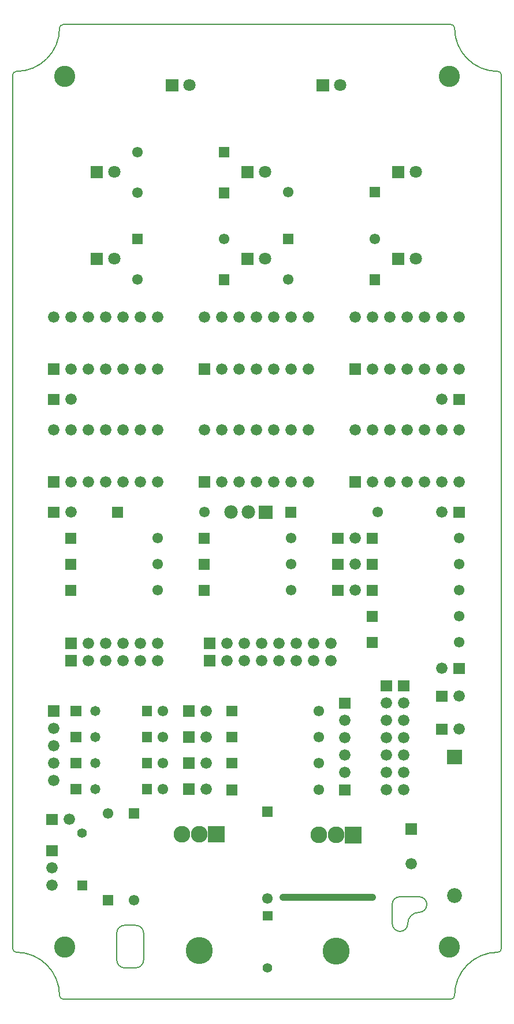
<source format=gbr>
G04 start of page 8 for group -4062 idx -4062 *
G04 Title: (unknown), soldermask *
G04 Creator: pcb 20091103 *
G04 CreationDate: Sun Dec 17 12:14:22 2023 UTC *
G04 For: bh *
G04 Format: Gerber/RS-274X *
G04 PCB-Dimensions: 380000 700000 *
G04 PCB-Coordinate-Origin: lower left *
%MOIN*%
%FSLAX25Y25*%
%LNBOTTOMMASK*%
%ADD11C,0.0200*%
%ADD13C,0.0400*%
%ADD30C,0.1220*%
%ADD37C,0.0060*%
%ADD39C,0.0610*%
%ADD40C,0.0710*%
%ADD41C,0.0660*%
%ADD42C,0.0780*%
%ADD43C,0.1560*%
%ADD44C,0.0860*%
%ADD45C,0.0960*%
%ADD46C,0.0560*%
%ADD47C,0.0580*%
G54D11*G36*
X228450Y562050D02*Y555950D01*
X234550D01*
Y562050D01*
X228450D01*
G37*
G54D39*X231500Y532000D03*
G54D11*G36*
X197950Y624050D02*Y616950D01*
X205050D01*
Y624050D01*
X197950D01*
G37*
G54D40*X211500Y620500D03*
G54D30*X274500Y625500D03*
G54D11*G36*
X241450Y574050D02*Y566950D01*
X248550D01*
Y574050D01*
X241450D01*
G37*
G54D40*X255000Y570500D03*
G54D11*G36*
X241450Y524050D02*Y516950D01*
X248550D01*
Y524050D01*
X241450D01*
G37*
G54D40*X255000Y520500D03*
G54D39*X181500Y559000D03*
Y508500D03*
G54D11*G36*
X178450Y535050D02*Y528950D01*
X184550D01*
Y535050D01*
X178450D01*
G37*
G36*
X141450Y585050D02*Y578950D01*
X147550D01*
Y585050D01*
X141450D01*
G37*
G54D39*X144500Y532000D03*
G54D11*G36*
X141450Y511550D02*Y505450D01*
X147550D01*
Y511550D01*
X141450D01*
G37*
G36*
Y561550D02*Y555450D01*
X147550D01*
Y561550D01*
X141450D01*
G37*
G54D39*X94500Y582000D03*
G54D11*G36*
X91450Y535050D02*Y528950D01*
X97550D01*
Y535050D01*
X91450D01*
G37*
G54D39*X94500Y508500D03*
Y558500D03*
G54D11*G36*
X110950Y624050D02*Y616950D01*
X118050D01*
Y624050D01*
X110950D01*
G37*
G54D40*X124500Y620500D03*
G54D11*G36*
X154450Y524050D02*Y516950D01*
X161550D01*
Y524050D01*
X154450D01*
G37*
G36*
Y574050D02*Y566950D01*
X161550D01*
Y574050D01*
X154450D01*
G37*
G54D40*X168000Y520500D03*
Y570500D03*
G54D11*G36*
X67450Y524050D02*Y516950D01*
X74550D01*
Y524050D01*
X67450D01*
G37*
G54D40*X81000Y520500D03*
G54D11*G36*
X67450Y574050D02*Y566950D01*
X74550D01*
Y574050D01*
X67450D01*
G37*
G54D40*X81000Y570500D03*
G54D30*X52500Y625500D03*
G54D41*X250000Y422000D03*
X240000D03*
X230000D03*
X220000D03*
X173000Y392000D03*
G54D11*G36*
X164600Y378400D02*Y370600D01*
X172400D01*
Y378400D01*
X164600D01*
G37*
G54D42*X158500Y374500D03*
X148500D03*
G54D41*X183000Y392000D03*
G54D11*G36*
X179950Y377550D02*Y371450D01*
X186050D01*
Y377550D01*
X179950D01*
G37*
G54D41*X193000Y392000D03*
Y422000D03*
X183000D03*
X173000D03*
X250000Y392000D03*
X260000D03*
X270000D03*
X280000D03*
G54D11*G36*
X216700Y395300D02*Y388700D01*
X223300D01*
Y395300D01*
X216700D01*
G37*
G54D41*X230000Y392000D03*
X240000D03*
X280000Y422000D03*
X270000D03*
X260000D03*
G54D11*G36*
X276700Y442800D02*Y436200D01*
X283300D01*
Y442800D01*
X276700D01*
G37*
G54D41*X270000Y439500D03*
G54D11*G36*
X129700Y395300D02*Y388700D01*
X136300D01*
Y395300D01*
X129700D01*
G37*
G54D41*X143000Y392000D03*
X153000D03*
X163000D03*
Y422000D03*
Y457000D03*
X173000D03*
X183000D03*
X153000Y422000D03*
Y457000D03*
X193000D03*
X240000D03*
Y487000D03*
X250000Y457000D03*
Y487000D03*
X260000Y457000D03*
Y487000D03*
X270000Y457000D03*
Y487000D03*
X280000Y457000D03*
Y487000D03*
G54D11*G36*
X228450Y511550D02*Y505450D01*
X234550D01*
Y511550D01*
X228450D01*
G37*
G36*
X216700Y460300D02*Y453700D01*
X223300D01*
Y460300D01*
X216700D01*
G37*
G54D41*X230000Y457000D03*
Y487000D03*
X220000D03*
X193000D03*
G54D11*G36*
X206700Y362800D02*Y356200D01*
X213300D01*
Y362800D01*
X206700D01*
G37*
G54D41*X220000Y359500D03*
G54D39*X233000Y374500D03*
G54D11*G36*
X226950Y347550D02*Y341450D01*
X233050D01*
Y347550D01*
X226950D01*
G37*
G54D39*X280000Y344500D03*
Y359500D03*
G54D11*G36*
X276700Y377800D02*Y371200D01*
X283300D01*
Y377800D01*
X276700D01*
G37*
G36*
X42700Y442800D02*Y436200D01*
X49300D01*
Y442800D01*
X42700D01*
G37*
G54D41*X56000Y439500D03*
G54D11*G36*
X42700Y460300D02*Y453700D01*
X49300D01*
Y460300D01*
X42700D01*
G37*
G36*
Y395300D02*Y388700D01*
X49300D01*
Y395300D01*
X42700D01*
G37*
G54D41*X46000Y422000D03*
G54D11*G36*
X42700Y377800D02*Y371200D01*
X49300D01*
Y377800D01*
X42700D01*
G37*
G54D41*X56000Y457000D03*
Y392000D03*
Y422000D03*
X66000Y457000D03*
Y392000D03*
Y422000D03*
G54D11*G36*
X52950Y332550D02*Y326450D01*
X59050D01*
Y332550D01*
X52950D01*
G37*
G36*
Y347550D02*Y341450D01*
X59050D01*
Y347550D01*
X52950D01*
G37*
G36*
Y362550D02*Y356450D01*
X59050D01*
Y362550D01*
X52950D01*
G37*
G54D41*X56000Y374500D03*
X143000Y422000D03*
Y457000D03*
Y487000D03*
X133000Y422000D03*
G54D11*G36*
X129700Y460300D02*Y453700D01*
X136300D01*
Y460300D01*
X129700D01*
G37*
G54D41*X133000Y487000D03*
X183000D03*
X173000D03*
X163000D03*
X153000D03*
X106000D03*
X86000Y422000D03*
X76000D03*
X96000Y487000D03*
X86000D03*
X76000D03*
X66000D03*
X56000D03*
X46000D03*
X76000Y457000D03*
X86000D03*
X96000D03*
X106000D03*
X76000Y392000D03*
X86000D03*
X96000D03*
X106000D03*
Y422000D03*
X96000D03*
G54D39*X106000Y329500D03*
G54D11*G36*
X129950Y332550D02*Y326450D01*
X136050D01*
Y332550D01*
X129950D01*
G37*
G54D39*X106000Y344500D03*
G54D11*G36*
X129950Y347550D02*Y341450D01*
X136050D01*
Y347550D01*
X129950D01*
G37*
G54D39*X183000Y344500D03*
X106000Y359500D03*
G54D11*G36*
X79950Y377550D02*Y371450D01*
X86050D01*
Y377550D01*
X79950D01*
G37*
G54D39*X133000Y374500D03*
G54D11*G36*
X129950Y362550D02*Y356450D01*
X136050D01*
Y362550D01*
X129950D01*
G37*
G54D39*X183000Y329500D03*
G54D11*G36*
X226950Y332550D02*Y326450D01*
X233050D01*
Y332550D01*
X226950D01*
G37*
G54D39*X280000Y329500D03*
G54D11*G36*
X206700Y332800D02*Y326200D01*
X213300D01*
Y332800D01*
X206700D01*
G37*
G54D41*X220000Y329500D03*
G54D11*G36*
X206700Y347800D02*Y341200D01*
X213300D01*
Y347800D01*
X206700D01*
G37*
G54D41*X220000Y344500D03*
G54D11*G36*
X226950Y362550D02*Y356450D01*
X233050D01*
Y362550D01*
X226950D01*
G37*
G54D39*X183000Y359500D03*
G54D41*X270000Y374500D03*
G54D11*G36*
X210700Y267800D02*Y261200D01*
X217300D01*
Y267800D01*
X210700D01*
G37*
G54D41*X214000Y254500D03*
G54D11*G36*
X226950Y302550D02*Y296450D01*
X233050D01*
Y302550D01*
X226950D01*
G37*
G54D41*X214000Y254500D03*
G54D11*G36*
X226950Y317550D02*Y311450D01*
X233050D01*
Y317550D01*
X226950D01*
G37*
G54D41*X214000Y244500D03*
G54D39*X199000Y260000D03*
Y245000D03*
G54D41*X214000Y244500D03*
X196000Y289000D03*
X206000D03*
Y299000D03*
X196000D03*
G54D43*X209000Y121500D03*
G54D30*X274500Y124000D03*
G54D44*X277500Y153500D03*
G54D11*G36*
X276700Y287800D02*Y281200D01*
X283300D01*
Y287800D01*
X276700D01*
G37*
G54D41*X270000Y284500D03*
G54D39*X280000Y299500D03*
G54D11*G36*
X266700Y252800D02*Y246200D01*
X273300D01*
Y252800D01*
X266700D01*
G37*
G54D41*X280000Y249500D03*
G54D11*G36*
X273200Y237800D02*Y229200D01*
X281800D01*
Y237800D01*
X273200D01*
G37*
G36*
X266700Y271800D02*Y265200D01*
X273300D01*
Y271800D01*
X266700D01*
G37*
G54D41*X280000Y268500D03*
X248000Y244500D03*
Y234500D03*
G54D11*G36*
X244700Y277800D02*Y271200D01*
X251300D01*
Y277800D01*
X244700D01*
G37*
G54D41*X248000Y264500D03*
Y254500D03*
G54D11*G36*
X234700Y277800D02*Y271200D01*
X241300D01*
Y277800D01*
X234700D01*
G37*
G54D41*X238000Y264500D03*
Y254500D03*
Y244500D03*
G54D39*X280000Y314500D03*
G54D41*X248000Y224500D03*
X238000Y234500D03*
Y224500D03*
X248000Y214500D03*
X238000D03*
G54D39*X199000Y230000D03*
Y214500D03*
G54D11*G36*
X214200Y193300D02*Y183700D01*
X223800D01*
Y193300D01*
X214200D01*
G37*
G54D45*X209000Y188500D03*
X199000D03*
G54D11*G36*
X249200Y195300D02*Y188700D01*
X255800D01*
Y195300D01*
X249200D01*
G37*
G54D41*X252500Y172000D03*
X214000Y234500D03*
Y224500D03*
G54D11*G36*
X210700Y217800D02*Y211200D01*
X217300D01*
Y217800D01*
X210700D01*
G37*
G54D41*X214000Y224500D03*
Y234500D03*
G54D11*G36*
X120700Y263300D02*Y256700D01*
X127300D01*
Y263300D01*
X120700D01*
G37*
G54D39*X109000Y260000D03*
Y245000D03*
Y230000D03*
G54D11*G36*
X120700Y233300D02*Y226700D01*
X127300D01*
Y233300D01*
X120700D01*
G37*
G36*
Y248300D02*Y241700D01*
X127300D01*
Y248300D01*
X120700D01*
G37*
G54D41*X134000Y260000D03*
G54D11*G36*
X145950Y263050D02*Y256950D01*
X152050D01*
Y263050D01*
X145950D01*
G37*
G36*
Y248050D02*Y241950D01*
X152050D01*
Y248050D01*
X145950D01*
G37*
G36*
Y233050D02*Y226950D01*
X152050D01*
Y233050D01*
X145950D01*
G37*
G54D41*X134000Y230000D03*
Y245000D03*
G54D11*G36*
X97100Y247900D02*Y242100D01*
X102900D01*
Y247900D01*
X97100D01*
G37*
G36*
Y262900D02*Y257100D01*
X102900D01*
Y262900D01*
X97100D01*
G37*
G54D30*X52500Y124000D03*
G54D11*G36*
X59700Y162300D02*Y156700D01*
X65300D01*
Y162300D01*
X59700D01*
G37*
G36*
X166450Y205050D02*Y198950D01*
X172550D01*
Y205050D01*
X166450D01*
G37*
G54D39*X169500Y152000D03*
G54D11*G36*
X145950Y217550D02*Y211450D01*
X152050D01*
Y217550D01*
X145950D01*
G37*
G36*
X135200Y193800D02*Y184200D01*
X144800D01*
Y193800D01*
X135200D01*
G37*
G54D45*X130000Y189000D03*
X120000D03*
G54D11*G36*
X166700Y144800D02*Y139200D01*
X172300D01*
Y144800D01*
X166700D01*
G37*
G54D39*X92500Y151000D03*
G54D11*G36*
X74450Y154050D02*Y147950D01*
X80550D01*
Y154050D01*
X74450D01*
G37*
G54D46*X169500Y112000D03*
G54D43*X130000Y122000D03*
G54D11*G36*
X41700Y200800D02*Y194200D01*
X48300D01*
Y200800D01*
X41700D01*
G37*
G36*
Y182800D02*Y176200D01*
X48300D01*
Y182800D01*
X41700D01*
G37*
G54D41*X45000Y169500D03*
Y159500D03*
X55000Y197500D03*
G54D11*G36*
X89450Y204050D02*Y197950D01*
X95550D01*
Y204050D01*
X89450D01*
G37*
G54D39*X77500Y201000D03*
G54D46*X62500Y189500D03*
G54D11*G36*
X42700Y263300D02*Y256700D01*
X49300D01*
Y263300D01*
X42700D01*
G37*
G36*
X52700Y302300D02*Y295700D01*
X59300D01*
Y302300D01*
X52700D01*
G37*
G36*
Y292300D02*Y285700D01*
X59300D01*
Y292300D01*
X52700D01*
G37*
G54D41*X46000Y250000D03*
Y240000D03*
Y230000D03*
Y220000D03*
X66000Y289000D03*
Y299000D03*
X76000D03*
X86000D03*
X96000D03*
X76000Y289000D03*
X86000D03*
X96000D03*
X106000D03*
G54D11*G36*
X132700Y292300D02*Y285700D01*
X139300D01*
Y292300D01*
X132700D01*
G37*
G54D41*X146000Y289000D03*
X156000D03*
X166000D03*
X176000D03*
Y299000D03*
X186000Y289000D03*
Y299000D03*
X106000D03*
G54D11*G36*
X132700Y302300D02*Y295700D01*
X139300D01*
Y302300D01*
X132700D01*
G37*
G54D41*X146000Y299000D03*
X156000D03*
X166000D03*
G54D11*G36*
X97100Y217900D02*Y212100D01*
X102900D01*
Y217900D01*
X97100D01*
G37*
G36*
Y232900D02*Y227100D01*
X102900D01*
Y232900D01*
X97100D01*
G37*
G36*
X55950Y218050D02*Y211950D01*
X62050D01*
Y218050D01*
X55950D01*
G37*
G54D39*X109000Y215000D03*
G54D11*G36*
X120700Y218300D02*Y211700D01*
X127300D01*
Y218300D01*
X120700D01*
G37*
G54D41*X134000Y215000D03*
G54D47*X70000D03*
G54D11*G36*
X55950Y233050D02*Y226950D01*
X62050D01*
Y233050D01*
X55950D01*
G37*
G54D47*X70000Y230000D03*
G54D11*G36*
X55950Y263050D02*Y256950D01*
X62050D01*
Y263050D01*
X55950D01*
G37*
G36*
Y248050D02*Y241950D01*
X62050D01*
Y248050D01*
X55950D01*
G37*
G54D47*X70000Y245000D03*
Y260000D03*
G54D13*X230000Y152500D02*X178500D01*
G54D37*X246000Y153000D02*X257000D01*
X241500Y148500D02*Y137500D01*
X22500Y123000D02*Y626500D01*
X304500D02*Y123000D01*
X51500Y94000D02*X275500D01*
X87000Y136500D02*X93500D01*
X98000Y132000D02*Y116500D01*
X87000Y112000D02*X93500D01*
X82500Y132000D02*Y116500D01*
X51500Y655500D02*X275500D01*
X277500Y96000D02*G75*G02X302500Y121000I25000J0D01*G01*
X275500Y94000D02*G75*G03X277500Y96000I0J2000D01*G01*
X302500Y121000D02*G75*G03X304500Y123000I0J2000D01*G01*
X302500Y628500D02*G75*G02X277500Y653500I0J25000D01*G01*
G75*G03X275500Y655500I-2000J0D01*G01*
X304500Y626500D02*G75*G03X302500Y628500I-2000J0D01*G01*
X49500Y96000D02*G75*G03X51500Y94000I2000J0D01*G01*
X49500Y653500D02*G75*G02X24500Y628500I-25000J0D01*G01*
Y121000D02*G75*G02X49500Y96000I0J-25000D01*G01*
X51500Y655500D02*G75*G03X49500Y653500I0J-2000D01*G01*
X24500Y628500D02*G75*G03X22500Y626500I0J-2000D01*G01*
X241500Y148500D02*G75*G02X246000Y153000I4500J0D01*G01*
Y133000D02*G75*G02X241500Y137500I0J4500D01*G01*
X250500D02*G75*G02X246000Y133000I-4500J0D01*G01*
X257000Y153000D02*G75*G02X261500Y148500I0J-4500D01*G01*
G75*G02X257000Y144000I-4500J0D01*G01*
G75*G03X250500Y137500I0J-6500D01*G01*
X93500Y136500D02*G75*G02X98000Y132000I0J-4500D01*G01*
X82500D02*G75*G02X87000Y136500I4500J0D01*G01*
Y112000D02*G75*G02X82500Y116500I0J4500D01*G01*
X22500Y123000D02*G75*G03X24500Y121000I2000J0D01*G01*
X98000Y116500D02*G75*G02X93500Y112000I-4500J0D01*G01*
M02*

</source>
